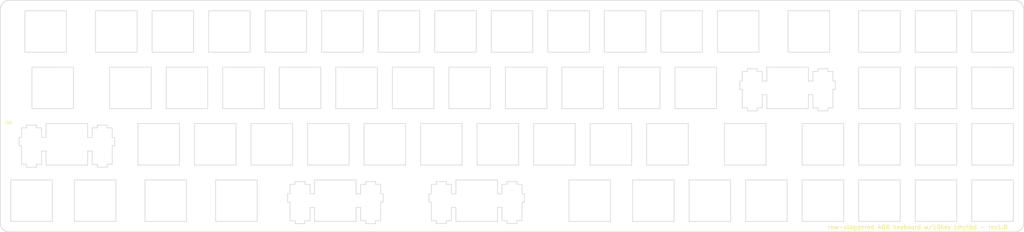
<source format=kicad_pcb>
(kicad_pcb (version 20171130) (host pcbnew "(5.1.0)-1")

  (general
    (thickness 1.6)
    (drawings 498)
    (tracks 0)
    (zones 0)
    (modules 10)
    (nets 1)
  )

  (page A4)
  (layers
    (0 F.Cu signal)
    (31 B.Cu signal)
    (32 B.Adhes user)
    (33 F.Adhes user)
    (34 B.Paste user)
    (35 F.Paste user)
    (36 B.SilkS user)
    (37 F.SilkS user)
    (38 B.Mask user)
    (39 F.Mask user)
    (40 Dwgs.User user)
    (41 Cmts.User user)
    (42 Eco1.User user)
    (43 Eco2.User user)
    (44 Edge.Cuts user)
    (45 Margin user)
    (46 B.CrtYd user)
    (47 F.CrtYd user)
    (48 B.Fab user)
    (49 F.Fab user)
  )

  (setup
    (last_trace_width 0.25)
    (trace_clearance 0.2)
    (zone_clearance 0.508)
    (zone_45_only no)
    (trace_min 0.2)
    (via_size 0.8)
    (via_drill 0.4)
    (via_min_size 0.4)
    (via_min_drill 0.3)
    (uvia_size 0.3)
    (uvia_drill 0.1)
    (uvias_allowed no)
    (uvia_min_size 0.2)
    (uvia_min_drill 0.1)
    (edge_width 0.1)
    (segment_width 0.2)
    (pcb_text_width 0.3)
    (pcb_text_size 1.5 1.5)
    (mod_edge_width 0.15)
    (mod_text_size 1 1)
    (mod_text_width 0.15)
    (pad_size 5 5)
    (pad_drill 4.8)
    (pad_to_mask_clearance 0)
    (aux_axis_origin 0 0)
    (grid_origin 32.293 60.02)
    (visible_elements 7FFFFFFF)
    (pcbplotparams
      (layerselection 0x010f0_ffffffff)
      (usegerberextensions false)
      (usegerberattributes false)
      (usegerberadvancedattributes false)
      (creategerberjobfile false)
      (excludeedgelayer true)
      (linewidth 0.100000)
      (plotframeref false)
      (viasonmask false)
      (mode 1)
      (useauxorigin false)
      (hpglpennumber 1)
      (hpglpenspeed 20)
      (hpglpendiameter 15.000000)
      (psnegative false)
      (psa4output false)
      (plotreference true)
      (plotvalue true)
      (plotinvisibletext false)
      (padsonsilk false)
      (subtractmaskfromsilk false)
      (outputformat 1)
      (mirror false)
      (drillshape 0)
      (scaleselection 1)
      (outputdirectory "garber/front_plate/"))
  )

  (net 0 "")

  (net_class Default "これはデフォルトのネット クラスです。"
    (clearance 0.2)
    (trace_width 0.25)
    (via_dia 0.8)
    (via_drill 0.4)
    (uvia_dia 0.3)
    (uvia_drill 0.1)
  )

  (net_class V_GND ""
    (clearance 0.2)
    (trace_width 0.5)
    (via_dia 0.8)
    (via_drill 0.4)
    (uvia_dia 0.3)
    (uvia_drill 0.1)
  )

  (module Rev1:hole_2.2mm (layer F.Cu) (tedit 5CCA168A) (tstamp 5FFC702E)
    (at 355.24 114.64)
    (fp_text reference " " (at 0 -2) (layer F.SilkS)
      (effects (font (size 1 1) (thickness 0.15)))
    )
    (fp_text value " " (at 0 -4.12) (layer F.Fab)
      (effects (font (size 1 1) (thickness 0.15)))
    )
    (pad "" np_thru_hole circle (at 0 0) (size 2.2 2.2) (drill 2.2) (layers *.Cu *.Mask)
      (clearance 0.1524))
  )

  (module Rev1:hole_2.2mm (layer F.Cu) (tedit 5CCA168A) (tstamp 5FFC7019)
    (at 355.24 76.53)
    (fp_text reference " " (at 0 -2) (layer F.SilkS)
      (effects (font (size 1 1) (thickness 0.15)))
    )
    (fp_text value " " (at 0 -4.12) (layer F.Fab)
      (effects (font (size 1 1) (thickness 0.15)))
    )
    (pad "" np_thru_hole circle (at 0 0) (size 2.2 2.2) (drill 2.2) (layers *.Cu *.Mask)
      (clearance 0.1524))
  )

  (module Rev1:hole_2.2mm (layer F.Cu) (tedit 5CCA168A) (tstamp 5FFC7004)
    (at 285.4 114.625)
    (fp_text reference " " (at 0 -2) (layer F.SilkS)
      (effects (font (size 1 1) (thickness 0.15)))
    )
    (fp_text value " " (at 0 -4.12) (layer F.Fab)
      (effects (font (size 1 1) (thickness 0.15)))
    )
    (pad "" np_thru_hole circle (at 0 0) (size 2.2 2.2) (drill 2.2) (layers *.Cu *.Mask)
      (clearance 0.1524))
  )

  (module Rev1:hole_2.2mm (layer F.Cu) (tedit 5CCA168A) (tstamp 5FFC6FEF)
    (at 285.4 76.58)
    (fp_text reference " " (at 0 -2) (layer F.SilkS)
      (effects (font (size 1 1) (thickness 0.15)))
    )
    (fp_text value " " (at 0 -4.12) (layer F.Fab)
      (effects (font (size 1 1) (thickness 0.15)))
    )
    (pad "" np_thru_hole circle (at 0 0) (size 2.2 2.2) (drill 2.2) (layers *.Cu *.Mask)
      (clearance 0.1524))
  )

  (module Rev1:hole_2.2mm (layer F.Cu) (tedit 5CCA168A) (tstamp 5FFC6FDA)
    (at 204.58 76.5)
    (fp_text reference " " (at 0 -2) (layer F.SilkS)
      (effects (font (size 1 1) (thickness 0.15)))
    )
    (fp_text value " " (at 0 -4.12) (layer F.Fab)
      (effects (font (size 1 1) (thickness 0.15)))
    )
    (pad "" np_thru_hole circle (at 0 0) (size 2.2 2.2) (drill 2.2) (layers *.Cu *.Mask)
      (clearance 0.1524))
  )

  (module Rev1:hole_2.2mm (layer F.Cu) (tedit 5CCA168A) (tstamp 5FFC6FC5)
    (at 204.58 114.67)
    (fp_text reference " " (at 0 -2) (layer F.SilkS)
      (effects (font (size 1 1) (thickness 0.15)))
    )
    (fp_text value " " (at 0 -4.12) (layer F.Fab)
      (effects (font (size 1 1) (thickness 0.15)))
    )
    (pad "" np_thru_hole circle (at 0 0) (size 2.2 2.2) (drill 2.2) (layers *.Cu *.Mask)
      (clearance 0.1524))
  )

  (module Rev1:hole_2.2mm (layer F.Cu) (tedit 5CCA168A) (tstamp 5FFC6FB0)
    (at 135.15 114.61)
    (fp_text reference " " (at 0 -2) (layer F.SilkS)
      (effects (font (size 1 1) (thickness 0.15)))
    )
    (fp_text value " " (at 0 -4.12) (layer F.Fab)
      (effects (font (size 1 1) (thickness 0.15)))
    )
    (pad "" np_thru_hole circle (at 0 0) (size 2.2 2.2) (drill 2.2) (layers *.Cu *.Mask)
      (clearance 0.1524))
  )

  (module Rev1:hole_2.2mm (layer F.Cu) (tedit 5CCA168A) (tstamp 5FFC6F9B)
    (at 135.15 76.56)
    (fp_text reference " " (at 0 -2) (layer F.SilkS)
      (effects (font (size 1 1) (thickness 0.15)))
    )
    (fp_text value " " (at 0 -4.12) (layer F.Fab)
      (effects (font (size 1 1) (thickness 0.15)))
    )
    (pad "" np_thru_hole circle (at 0 0) (size 2.2 2.2) (drill 2.2) (layers *.Cu *.Mask)
      (clearance 0.1524))
  )

  (module Rev1:hole_2.2mm (layer F.Cu) (tedit 5CCA168A) (tstamp 5FFC6F4C)
    (at 45.02 120.04)
    (fp_text reference " " (at 0 -2) (layer F.SilkS)
      (effects (font (size 1 1) (thickness 0.15)))
    )
    (fp_text value " " (at 0 -4.12) (layer F.Fab)
      (effects (font (size 1 1) (thickness 0.15)))
    )
    (pad "" np_thru_hole circle (at 0 0) (size 2.2 2.2) (drill 2.2) (layers *.Cu *.Mask)
      (clearance 0.1524))
  )

  (module Rev1:hole_2.2mm (layer F.Cu) (tedit 5CCA168A) (tstamp 5FFC6EC0)
    (at 45.02 76.525)
    (fp_text reference " " (at 0 -2) (layer F.SilkS)
      (effects (font (size 1 1) (thickness 0.15)))
    )
    (fp_text value " " (at 0 -4.12) (layer F.Fab)
      (effects (font (size 1 1) (thickness 0.15)))
    )
    (pad "" np_thru_hole circle (at 0 0) (size 2.2 2.2) (drill 2.2) (layers *.Cu *.Mask)
      (clearance 0.1524))
  )

  (gr_text "row-staggered 40% keyboard w/10key kmykbd - rev1.0" (at 333.173 133.05) (layer F.SilkS)
    (effects (font (size 1.4 1.4) (thickness 0.3)))
  )
  (gr_text Rst (at 26.803 97.78) (layer F.SilkS)
    (effects (font (size 1 1) (thickness 0.2)))
  )
  (gr_line (start 32.2826 74.0015) (end 32.2826 60.0008) (layer Edge.Cuts) (width 0.2))
  (gr_line (start 46.2821 74.0015) (end 32.2826 74.0015) (layer Edge.Cuts) (width 0.2))
  (gr_line (start 46.2821 60.0008) (end 46.2821 74.0015) (layer Edge.Cuts) (width 0.2))
  (gr_line (start 32.2826 60.0008) (end 46.2821 60.0008) (layer Edge.Cuts) (width 0.2))
  (gr_line (start 56.095099 74.0015) (end 56.095099 60.0008) (layer Edge.Cuts) (width 0.2))
  (gr_line (start 70.0959 74.0015) (end 56.095099 74.0015) (layer Edge.Cuts) (width 0.2))
  (gr_line (start 70.0959 60.0008) (end 70.0959 74.0015) (layer Edge.Cuts) (width 0.2))
  (gr_line (start 56.095099 60.0008) (end 70.0959 60.0008) (layer Edge.Cuts) (width 0.2))
  (gr_line (start 75.1452 74.0015) (end 75.1452 60.0008) (layer Edge.Cuts) (width 0.2))
  (gr_line (start 89.1459 74.0015) (end 75.1452 74.0015) (layer Edge.Cuts) (width 0.2))
  (gr_line (start 89.1459 60.0008) (end 89.1459 74.0015) (layer Edge.Cuts) (width 0.2))
  (gr_line (start 75.1452 60.0008) (end 89.1459 60.0008) (layer Edge.Cuts) (width 0.2))
  (gr_line (start 94.1952 74.0015) (end 94.1952 60.0008) (layer Edge.Cuts) (width 0.2))
  (gr_line (start 108.1959 74.0015) (end 94.1952 74.0015) (layer Edge.Cuts) (width 0.2))
  (gr_line (start 108.1959 60.0008) (end 108.1959 74.0015) (layer Edge.Cuts) (width 0.2))
  (gr_line (start 94.1952 60.0008) (end 108.1959 60.0008) (layer Edge.Cuts) (width 0.2))
  (gr_line (start 113.2452 74.0015) (end 113.2452 60.0008) (layer Edge.Cuts) (width 0.2))
  (gr_line (start 127.246 74.0015) (end 113.2452 74.0015) (layer Edge.Cuts) (width 0.2))
  (gr_line (start 127.246 60.0008) (end 127.246 74.0015) (layer Edge.Cuts) (width 0.2))
  (gr_line (start 113.2452 60.0008) (end 127.246 60.0008) (layer Edge.Cuts) (width 0.2))
  (gr_line (start 132.295 74.0015) (end 132.295 60.0008) (layer Edge.Cuts) (width 0.2))
  (gr_line (start 146.296 74.0015) (end 132.295 74.0015) (layer Edge.Cuts) (width 0.2))
  (gr_line (start 146.296 60.0008) (end 146.296 74.0015) (layer Edge.Cuts) (width 0.2))
  (gr_line (start 132.295 60.0008) (end 146.296 60.0008) (layer Edge.Cuts) (width 0.2))
  (gr_line (start 151.345 74.0015) (end 151.345 60.0008) (layer Edge.Cuts) (width 0.2))
  (gr_line (start 165.346 74.0015) (end 151.345 74.0015) (layer Edge.Cuts) (width 0.2))
  (gr_line (start 165.346 60.0008) (end 165.346 74.0015) (layer Edge.Cuts) (width 0.2))
  (gr_line (start 151.345 60.0008) (end 165.346 60.0008) (layer Edge.Cuts) (width 0.2))
  (gr_line (start 170.395 74.0015) (end 170.395 60.0008) (layer Edge.Cuts) (width 0.2))
  (gr_line (start 184.396 74.0015) (end 170.395 74.0015) (layer Edge.Cuts) (width 0.2))
  (gr_line (start 184.396 60.0008) (end 184.396 74.0015) (layer Edge.Cuts) (width 0.2))
  (gr_line (start 170.395 60.0008) (end 184.396 60.0008) (layer Edge.Cuts) (width 0.2))
  (gr_line (start 189.445 74.0015) (end 189.445 60.0008) (layer Edge.Cuts) (width 0.2))
  (gr_line (start 203.446 74.0015) (end 189.445 74.0015) (layer Edge.Cuts) (width 0.2))
  (gr_line (start 203.446 60.0008) (end 203.446 74.0015) (layer Edge.Cuts) (width 0.2))
  (gr_line (start 189.445 60.0008) (end 203.446 60.0008) (layer Edge.Cuts) (width 0.2))
  (gr_line (start 208.495 74.0015) (end 208.495 60.0008) (layer Edge.Cuts) (width 0.2))
  (gr_line (start 222.496 74.0015) (end 208.495 74.0015) (layer Edge.Cuts) (width 0.2))
  (gr_line (start 222.496 60.0008) (end 222.496 74.0015) (layer Edge.Cuts) (width 0.2))
  (gr_line (start 208.495 60.0008) (end 222.496 60.0008) (layer Edge.Cuts) (width 0.2))
  (gr_line (start 227.545 74.0015) (end 227.545 60.0008) (layer Edge.Cuts) (width 0.2))
  (gr_line (start 241.546 74.0015) (end 227.545 74.0015) (layer Edge.Cuts) (width 0.2))
  (gr_line (start 241.546 60.0008) (end 241.546 74.0015) (layer Edge.Cuts) (width 0.2))
  (gr_line (start 227.545 60.0008) (end 241.546 60.0008) (layer Edge.Cuts) (width 0.2))
  (gr_line (start 246.595 74.0015) (end 246.595 60.0008) (layer Edge.Cuts) (width 0.2))
  (gr_line (start 260.596 74.0015) (end 246.595 74.0015) (layer Edge.Cuts) (width 0.2))
  (gr_line (start 260.596 60.0008) (end 260.596 74.0015) (layer Edge.Cuts) (width 0.2))
  (gr_line (start 246.595 60.0008) (end 260.596 60.0008) (layer Edge.Cuts) (width 0.2))
  (gr_line (start 265.645 74.0015) (end 265.645 60.0008) (layer Edge.Cuts) (width 0.2))
  (gr_line (start 279.644 74.0015) (end 265.645 74.0015) (layer Edge.Cuts) (width 0.2))
  (gr_line (start 279.644 60.0008) (end 279.644 74.0015) (layer Edge.Cuts) (width 0.2))
  (gr_line (start 265.645 60.0008) (end 279.644 60.0008) (layer Edge.Cuts) (width 0.2))
  (gr_line (start 289.458 74.0015) (end 289.458 60.0008) (layer Edge.Cuts) (width 0.2))
  (gr_line (start 303.457 74.0015) (end 289.458 74.0015) (layer Edge.Cuts) (width 0.2))
  (gr_line (start 303.457 60.0008) (end 303.457 74.0015) (layer Edge.Cuts) (width 0.2))
  (gr_line (start 289.458 60.0008) (end 303.457 60.0008) (layer Edge.Cuts) (width 0.2))
  (gr_line (start 313.27 74.0015) (end 313.27 60.0008) (layer Edge.Cuts) (width 0.2))
  (gr_line (start 327.271 74.0015) (end 313.27 74.0015) (layer Edge.Cuts) (width 0.2))
  (gr_line (start 327.271 60.0008) (end 327.271 74.0015) (layer Edge.Cuts) (width 0.2))
  (gr_line (start 313.27 60.0008) (end 327.271 60.0008) (layer Edge.Cuts) (width 0.2))
  (gr_line (start 332.32 74.0015) (end 332.32 60.0008) (layer Edge.Cuts) (width 0.2))
  (gr_line (start 346.321 74.0015) (end 332.32 74.0015) (layer Edge.Cuts) (width 0.2))
  (gr_line (start 346.321 60.0008) (end 346.321 74.0015) (layer Edge.Cuts) (width 0.2))
  (gr_line (start 332.32 60.0008) (end 346.321 60.0008) (layer Edge.Cuts) (width 0.2))
  (gr_line (start 351.37 74.0015) (end 351.37 60.0008) (layer Edge.Cuts) (width 0.2))
  (gr_line (start 365.371 74.0015) (end 351.37 74.0015) (layer Edge.Cuts) (width 0.2))
  (gr_line (start 365.371 60.0008) (end 365.371 74.0015) (layer Edge.Cuts) (width 0.2))
  (gr_line (start 351.37 60.0008) (end 365.371 60.0008) (layer Edge.Cuts) (width 0.2))
  (gr_line (start 34.6638 93.0515) (end 34.6638 79.0508) (layer Edge.Cuts) (width 0.2))
  (gr_line (start 48.6633 93.0515) (end 34.6638 93.0515) (layer Edge.Cuts) (width 0.2))
  (gr_line (start 48.6633 79.0508) (end 48.6633 93.0515) (layer Edge.Cuts) (width 0.2))
  (gr_line (start 34.6638 79.0508) (end 48.6633 79.0508) (layer Edge.Cuts) (width 0.2))
  (gr_line (start 60.8577 93.0515) (end 60.8577 79.0508) (layer Edge.Cuts) (width 0.2))
  (gr_line (start 74.857 93.0515) (end 60.8577 93.0515) (layer Edge.Cuts) (width 0.2))
  (gr_line (start 74.857 79.0508) (end 74.857 93.0515) (layer Edge.Cuts) (width 0.2))
  (gr_line (start 60.8577 79.0508) (end 74.857 79.0508) (layer Edge.Cuts) (width 0.2))
  (gr_line (start 79.9077 93.0515) (end 79.9077 79.0508) (layer Edge.Cuts) (width 0.2))
  (gr_line (start 93.907 93.0515) (end 79.9077 93.0515) (layer Edge.Cuts) (width 0.2))
  (gr_line (start 93.907 79.0508) (end 93.907 93.0515) (layer Edge.Cuts) (width 0.2))
  (gr_line (start 79.9077 79.0508) (end 93.907 79.0508) (layer Edge.Cuts) (width 0.2))
  (gr_line (start 98.9577 93.0515) (end 98.9577 79.0508) (layer Edge.Cuts) (width 0.2))
  (gr_line (start 112.957 93.0515) (end 98.9577 93.0515) (layer Edge.Cuts) (width 0.2))
  (gr_line (start 112.957 79.0508) (end 112.957 93.0515) (layer Edge.Cuts) (width 0.2))
  (gr_line (start 98.9577 79.0508) (end 112.957 79.0508) (layer Edge.Cuts) (width 0.2))
  (gr_line (start 118.0077 93.0515) (end 118.0077 79.0508) (layer Edge.Cuts) (width 0.2))
  (gr_line (start 132.007 93.0515) (end 118.0077 93.0515) (layer Edge.Cuts) (width 0.2))
  (gr_line (start 132.007 79.0508) (end 132.007 93.0515) (layer Edge.Cuts) (width 0.2))
  (gr_line (start 118.0077 79.0508) (end 132.007 79.0508) (layer Edge.Cuts) (width 0.2))
  (gr_line (start 137.058 93.0515) (end 137.058 79.0508) (layer Edge.Cuts) (width 0.2))
  (gr_line (start 151.057 93.0515) (end 137.058 93.0515) (layer Edge.Cuts) (width 0.2))
  (gr_line (start 151.057 79.0508) (end 151.057 93.0515) (layer Edge.Cuts) (width 0.2))
  (gr_line (start 137.058 79.0508) (end 151.057 79.0508) (layer Edge.Cuts) (width 0.2))
  (gr_line (start 156.108 93.0515) (end 156.108 79.0508) (layer Edge.Cuts) (width 0.2))
  (gr_line (start 170.107 93.0515) (end 156.108 93.0515) (layer Edge.Cuts) (width 0.2))
  (gr_line (start 170.107 79.0508) (end 170.107 93.0515) (layer Edge.Cuts) (width 0.2))
  (gr_line (start 156.108 79.0508) (end 170.107 79.0508) (layer Edge.Cuts) (width 0.2))
  (gr_line (start 175.158 93.0515) (end 175.158 79.0508) (layer Edge.Cuts) (width 0.2))
  (gr_line (start 189.157 93.0515) (end 175.158 93.0515) (layer Edge.Cuts) (width 0.2))
  (gr_line (start 189.157 79.0508) (end 189.157 93.0515) (layer Edge.Cuts) (width 0.2))
  (gr_line (start 175.158 79.0508) (end 189.157 79.0508) (layer Edge.Cuts) (width 0.2))
  (gr_line (start 194.208 93.0515) (end 194.208 79.0508) (layer Edge.Cuts) (width 0.2))
  (gr_line (start 208.207 93.0515) (end 194.208 93.0515) (layer Edge.Cuts) (width 0.2))
  (gr_line (start 208.207 79.0508) (end 208.207 93.0515) (layer Edge.Cuts) (width 0.2))
  (gr_line (start 194.208 79.0508) (end 208.207 79.0508) (layer Edge.Cuts) (width 0.2))
  (gr_line (start 213.258 93.0515) (end 213.258 79.0508) (layer Edge.Cuts) (width 0.2))
  (gr_line (start 227.257 93.0515) (end 213.258 93.0515) (layer Edge.Cuts) (width 0.2))
  (gr_line (start 227.257 79.0508) (end 227.257 93.0515) (layer Edge.Cuts) (width 0.2))
  (gr_line (start 213.258 79.0508) (end 227.257 79.0508) (layer Edge.Cuts) (width 0.2))
  (gr_line (start 232.308 93.0515) (end 232.308 79.0508) (layer Edge.Cuts) (width 0.2))
  (gr_line (start 246.307 93.0515) (end 232.308 93.0515) (layer Edge.Cuts) (width 0.2))
  (gr_line (start 246.307 79.0508) (end 246.307 93.0515) (layer Edge.Cuts) (width 0.2))
  (gr_line (start 232.308 79.0508) (end 246.307 79.0508) (layer Edge.Cuts) (width 0.2))
  (gr_line (start 251.358 93.0515) (end 251.358 79.0508) (layer Edge.Cuts) (width 0.2))
  (gr_line (start 265.357 93.0515) (end 251.358 93.0515) (layer Edge.Cuts) (width 0.2))
  (gr_line (start 265.357 79.0508) (end 265.357 93.0515) (layer Edge.Cuts) (width 0.2))
  (gr_line (start 251.358 79.0508) (end 265.357 79.0508) (layer Edge.Cuts) (width 0.2))
  (gr_line (start 313.27 93.0515) (end 313.27 79.0508) (layer Edge.Cuts) (width 0.2))
  (gr_line (start 327.271 93.0515) (end 313.27 93.0515) (layer Edge.Cuts) (width 0.2))
  (gr_line (start 327.271 79.0508) (end 327.271 93.0515) (layer Edge.Cuts) (width 0.2))
  (gr_line (start 313.27 79.0508) (end 327.271 79.0508) (layer Edge.Cuts) (width 0.2))
  (gr_line (start 332.32 93.0515) (end 332.32 79.0508) (layer Edge.Cuts) (width 0.2))
  (gr_line (start 346.321 93.0515) (end 332.32 93.0515) (layer Edge.Cuts) (width 0.2))
  (gr_line (start 346.321 79.0508) (end 346.321 93.0515) (layer Edge.Cuts) (width 0.2))
  (gr_line (start 332.32 79.0508) (end 346.321 79.0508) (layer Edge.Cuts) (width 0.2))
  (gr_line (start 351.37 93.0515) (end 351.37 79.0508) (layer Edge.Cuts) (width 0.2))
  (gr_line (start 365.371 93.0515) (end 351.37 93.0515) (layer Edge.Cuts) (width 0.2))
  (gr_line (start 365.371 79.0508) (end 365.371 93.0515) (layer Edge.Cuts) (width 0.2))
  (gr_line (start 351.37 79.0508) (end 365.371 79.0508) (layer Edge.Cuts) (width 0.2))
  (gr_line (start 296.313 79.0508) (end 282.314 79.0508) (layer Edge.Cuts) (width 0.2))
  (gr_line (start 296.313 83.7512) (end 296.313 79.0508) (layer Edge.Cuts) (width 0.2))
  (gr_line (start 297.839 83.7512) (end 296.313 83.7512) (layer Edge.Cuts) (width 0.2))
  (gr_line (start 297.839 80.5211) (end 297.839 83.7512) (layer Edge.Cuts) (width 0.2))
  (gr_line (start 299.564 80.5211) (end 297.839 80.5211) (layer Edge.Cuts) (width 0.2))
  (gr_line (start 299.564 79.6004) (end 299.564 80.5211) (layer Edge.Cuts) (width 0.2))
  (gr_line (start 302.863 79.6004) (end 299.564 79.6004) (layer Edge.Cuts) (width 0.2))
  (gr_line (start 302.863 80.5211) (end 302.863 79.6004) (layer Edge.Cuts) (width 0.2))
  (gr_line (start 304.588 80.5211) (end 302.863 80.5211) (layer Edge.Cuts) (width 0.2))
  (gr_line (start 304.588 83.7512) (end 304.588 80.5211) (layer Edge.Cuts) (width 0.2))
  (gr_line (start 305.414 83.7512) (end 304.588 83.7512) (layer Edge.Cuts) (width 0.2))
  (gr_line (start 305.414 86.5512) (end 305.414 83.7512) (layer Edge.Cuts) (width 0.2))
  (gr_line (start 304.588 86.5512) (end 305.414 86.5512) (layer Edge.Cuts) (width 0.2))
  (gr_line (start 304.588 92.8214) (end 304.588 86.5512) (layer Edge.Cuts) (width 0.2))
  (gr_line (start 302.863 92.8214) (end 304.588 92.8214) (layer Edge.Cuts) (width 0.2))
  (gr_line (start 302.863 93.8011) (end 302.863 92.8214) (layer Edge.Cuts) (width 0.2))
  (gr_line (start 299.564 93.8011) (end 302.863 93.8011) (layer Edge.Cuts) (width 0.2))
  (gr_line (start 299.564 92.8214) (end 299.564 93.8011) (layer Edge.Cuts) (width 0.2))
  (gr_line (start 297.839 92.8214) (end 299.564 92.8214) (layer Edge.Cuts) (width 0.2))
  (gr_line (start 297.839 88.351) (end 297.839 92.8214) (layer Edge.Cuts) (width 0.2))
  (gr_line (start 296.313 88.351) (end 297.839 88.351) (layer Edge.Cuts) (width 0.2))
  (gr_line (start 296.313 93.0515) (end 296.313 88.351) (layer Edge.Cuts) (width 0.2))
  (gr_line (start 282.314 93.0515) (end 296.313 93.0515) (layer Edge.Cuts) (width 0.2))
  (gr_line (start 282.314 88.351) (end 282.314 93.0515) (layer Edge.Cuts) (width 0.2))
  (gr_line (start 280.789 88.351) (end 282.314 88.351) (layer Edge.Cuts) (width 0.2))
  (gr_line (start 280.789 92.8214) (end 280.789 88.351) (layer Edge.Cuts) (width 0.2))
  (gr_line (start 279.063 92.8214) (end 280.789 92.8214) (layer Edge.Cuts) (width 0.2))
  (gr_line (start 279.063 93.8011) (end 279.063 92.8214) (layer Edge.Cuts) (width 0.2))
  (gr_line (start 275.763 93.8011) (end 279.063 93.8011) (layer Edge.Cuts) (width 0.2))
  (gr_line (start 275.763 92.8214) (end 275.763 93.8011) (layer Edge.Cuts) (width 0.2))
  (gr_line (start 274.039 92.8214) (end 275.763 92.8214) (layer Edge.Cuts) (width 0.2))
  (gr_line (start 274.039 86.5512) (end 274.039 92.8214) (layer Edge.Cuts) (width 0.2))
  (gr_line (start 273.213 86.5512) (end 274.039 86.5512) (layer Edge.Cuts) (width 0.2))
  (gr_line (start 273.213 83.7512) (end 273.213 86.5512) (layer Edge.Cuts) (width 0.2))
  (gr_line (start 274.039 83.7512) (end 273.213 83.7512) (layer Edge.Cuts) (width 0.2))
  (gr_line (start 274.039 80.5211) (end 274.039 83.7512) (layer Edge.Cuts) (width 0.2))
  (gr_line (start 275.763 80.5211) (end 274.039 80.5211) (layer Edge.Cuts) (width 0.2))
  (gr_line (start 275.763 79.6004) (end 275.763 80.5211) (layer Edge.Cuts) (width 0.2))
  (gr_line (start 279.063 79.6004) (end 275.763 79.6004) (layer Edge.Cuts) (width 0.2))
  (gr_line (start 279.063 80.5211) (end 279.063 79.6004) (layer Edge.Cuts) (width 0.2))
  (gr_line (start 280.789 80.5211) (end 279.063 80.5211) (layer Edge.Cuts) (width 0.2))
  (gr_line (start 280.789 83.7512) (end 280.789 80.5211) (layer Edge.Cuts) (width 0.2))
  (gr_line (start 282.314 83.7512) (end 280.789 83.7512) (layer Edge.Cuts) (width 0.2))
  (gr_line (start 282.314 79.0508) (end 282.314 83.7512) (layer Edge.Cuts) (width 0.2))
  (gr_line (start 70.3827 112.1015) (end 70.3827 98.1008) (layer Edge.Cuts) (width 0.2))
  (gr_line (start 84.382 112.1015) (end 70.3827 112.1015) (layer Edge.Cuts) (width 0.2))
  (gr_line (start 84.382 98.1008) (end 84.382 112.1015) (layer Edge.Cuts) (width 0.2))
  (gr_line (start 70.3827 98.1008) (end 84.382 98.1008) (layer Edge.Cuts) (width 0.2))
  (gr_line (start 89.4327 112.1015) (end 89.4327 98.1008) (layer Edge.Cuts) (width 0.2))
  (gr_line (start 103.432 112.1015) (end 89.4327 112.1015) (layer Edge.Cuts) (width 0.2))
  (gr_line (start 103.432 98.1008) (end 103.432 112.1015) (layer Edge.Cuts) (width 0.2))
  (gr_line (start 89.4327 98.1008) (end 103.432 98.1008) (layer Edge.Cuts) (width 0.2))
  (gr_line (start 108.4827 112.1015) (end 108.4827 98.1008) (layer Edge.Cuts) (width 0.2))
  (gr_line (start 122.482 112.1015) (end 108.4827 112.1015) (layer Edge.Cuts) (width 0.2))
  (gr_line (start 122.482 98.1008) (end 122.482 112.1015) (layer Edge.Cuts) (width 0.2))
  (gr_line (start 108.4827 98.1008) (end 122.482 98.1008) (layer Edge.Cuts) (width 0.2))
  (gr_line (start 127.533 112.1015) (end 127.533 98.1008) (layer Edge.Cuts) (width 0.2))
  (gr_line (start 141.532 112.1015) (end 127.533 112.1015) (layer Edge.Cuts) (width 0.2))
  (gr_line (start 141.532 98.1008) (end 141.532 112.1015) (layer Edge.Cuts) (width 0.2))
  (gr_line (start 127.533 98.1008) (end 141.532 98.1008) (layer Edge.Cuts) (width 0.2))
  (gr_line (start 146.583 112.1015) (end 146.583 98.1008) (layer Edge.Cuts) (width 0.2))
  (gr_line (start 160.582 112.1015) (end 146.583 112.1015) (layer Edge.Cuts) (width 0.2))
  (gr_line (start 160.582 98.1008) (end 160.582 112.1015) (layer Edge.Cuts) (width 0.2))
  (gr_line (start 146.583 98.1008) (end 160.582 98.1008) (layer Edge.Cuts) (width 0.2))
  (gr_line (start 165.633 112.1015) (end 165.633 98.1008) (layer Edge.Cuts) (width 0.2))
  (gr_line (start 179.632 112.1015) (end 165.633 112.1015) (layer Edge.Cuts) (width 0.2))
  (gr_line (start 179.632 98.1008) (end 179.632 112.1015) (layer Edge.Cuts) (width 0.2))
  (gr_line (start 165.633 98.1008) (end 179.632 98.1008) (layer Edge.Cuts) (width 0.2))
  (gr_line (start 184.683 112.1015) (end 184.683 98.1008) (layer Edge.Cuts) (width 0.2))
  (gr_line (start 198.682 112.1015) (end 184.683 112.1015) (layer Edge.Cuts) (width 0.2))
  (gr_line (start 198.682 98.1008) (end 198.682 112.1015) (layer Edge.Cuts) (width 0.2))
  (gr_line (start 184.683 98.1008) (end 198.682 98.1008) (layer Edge.Cuts) (width 0.2))
  (gr_line (start 203.733 112.1015) (end 203.733 98.1008) (layer Edge.Cuts) (width 0.2))
  (gr_line (start 217.732 112.1015) (end 203.733 112.1015) (layer Edge.Cuts) (width 0.2))
  (gr_line (start 217.732 98.1008) (end 217.732 112.1015) (layer Edge.Cuts) (width 0.2))
  (gr_line (start 203.733 98.1008) (end 217.732 98.1008) (layer Edge.Cuts) (width 0.2))
  (gr_line (start 222.783 112.1015) (end 222.783 98.1008) (layer Edge.Cuts) (width 0.2))
  (gr_line (start 236.782 112.1015) (end 222.783 112.1015) (layer Edge.Cuts) (width 0.2))
  (gr_line (start 236.782 98.1008) (end 236.782 112.1015) (layer Edge.Cuts) (width 0.2))
  (gr_line (start 222.783 98.1008) (end 236.782 98.1008) (layer Edge.Cuts) (width 0.2))
  (gr_line (start 241.833 112.1015) (end 241.833 98.1008) (layer Edge.Cuts) (width 0.2))
  (gr_line (start 255.832 112.1015) (end 241.833 112.1015) (layer Edge.Cuts) (width 0.2))
  (gr_line (start 255.832 98.1008) (end 255.832 112.1015) (layer Edge.Cuts) (width 0.2))
  (gr_line (start 241.833 98.1008) (end 255.832 98.1008) (layer Edge.Cuts) (width 0.2))
  (gr_line (start 268.026 112.1015) (end 268.026 98.1008) (layer Edge.Cuts) (width 0.2))
  (gr_line (start 282.025999 112.1015) (end 268.026 112.1015) (layer Edge.Cuts) (width 0.2))
  (gr_line (start 282.025999 98.1008) (end 282.025999 112.1015) (layer Edge.Cuts) (width 0.2))
  (gr_line (start 268.026 98.1008) (end 282.025999 98.1008) (layer Edge.Cuts) (width 0.2))
  (gr_line (start 294.22 112.1015) (end 294.22 98.1008) (layer Edge.Cuts) (width 0.2))
  (gr_line (start 308.221 112.1015) (end 294.22 112.1015) (layer Edge.Cuts) (width 0.2))
  (gr_line (start 308.221 98.1008) (end 308.221 112.1015) (layer Edge.Cuts) (width 0.2))
  (gr_line (start 294.22 98.1008) (end 308.221 98.1008) (layer Edge.Cuts) (width 0.2))
  (gr_line (start 313.27 112.1015) (end 313.27 98.1008) (layer Edge.Cuts) (width 0.2))
  (gr_line (start 327.271 112.1015) (end 313.27 112.1015) (layer Edge.Cuts) (width 0.2))
  (gr_line (start 327.271 98.1008) (end 327.271 112.1015) (layer Edge.Cuts) (width 0.2))
  (gr_line (start 313.27 98.1008) (end 327.271 98.1008) (layer Edge.Cuts) (width 0.2))
  (gr_line (start 332.32 112.1015) (end 332.32 98.1008) (layer Edge.Cuts) (width 0.2))
  (gr_line (start 346.321 112.1015) (end 332.32 112.1015) (layer Edge.Cuts) (width 0.2))
  (gr_line (start 346.321 98.1008) (end 346.321 112.1015) (layer Edge.Cuts) (width 0.2))
  (gr_line (start 332.32 98.1008) (end 346.321 98.1008) (layer Edge.Cuts) (width 0.2))
  (gr_line (start 351.37 112.1015) (end 351.37 98.1008) (layer Edge.Cuts) (width 0.2))
  (gr_line (start 365.371 112.1015) (end 351.37 112.1015) (layer Edge.Cuts) (width 0.2))
  (gr_line (start 365.371 98.1008) (end 365.371 112.1015) (layer Edge.Cuts) (width 0.2))
  (gr_line (start 351.37 98.1008) (end 365.371 98.1008) (layer Edge.Cuts) (width 0.2))
  (gr_line (start 53.4258 98.1008) (end 39.4263 98.1008) (layer Edge.Cuts) (width 0.2))
  (gr_line (start 53.4258 102.8011) (end 53.4258 98.1008) (layer Edge.Cuts) (width 0.2))
  (gr_line (start 54.9513 102.8011) (end 53.4258 102.8011) (layer Edge.Cuts) (width 0.2))
  (gr_line (start 54.9513 99.5711) (end 54.9513 102.8011) (layer Edge.Cuts) (width 0.2))
  (gr_line (start 56.6767 99.5711) (end 54.9513 99.5711) (layer Edge.Cuts) (width 0.2))
  (gr_line (start 56.6767 98.6504) (end 56.6767 99.5711) (layer Edge.Cuts) (width 0.2))
  (gr_line (start 59.9772 98.6504) (end 56.6767 98.6504) (layer Edge.Cuts) (width 0.2))
  (gr_line (start 59.9772 99.5711) (end 59.9772 98.6504) (layer Edge.Cuts) (width 0.2))
  (gr_line (start 61.7008 99.5711) (end 59.9772 99.5711) (layer Edge.Cuts) (width 0.2))
  (gr_line (start 61.7008 102.8011) (end 61.7008 99.5711) (layer Edge.Cuts) (width 0.2))
  (gr_line (start 62.5263 102.8011) (end 61.7008 102.8011) (layer Edge.Cuts) (width 0.2))
  (gr_line (start 62.5263 105.6013) (end 62.5263 102.8011) (layer Edge.Cuts) (width 0.2))
  (gr_line (start 61.7008 105.6013) (end 62.5263 105.6013) (layer Edge.Cuts) (width 0.2))
  (gr_line (start 61.7008 111.87) (end 61.7008 105.6013) (layer Edge.Cuts) (width 0.2))
  (gr_line (start 59.9772 111.87) (end 61.7008 111.87) (layer Edge.Cuts) (width 0.2))
  (gr_line (start 59.9772 112.8512) (end 59.9772 111.87) (layer Edge.Cuts) (width 0.2))
  (gr_line (start 56.6767 112.8512) (end 59.9772 112.8512) (layer Edge.Cuts) (width 0.2))
  (gr_line (start 56.6767 111.87) (end 56.6767 112.8512) (layer Edge.Cuts) (width 0.2))
  (gr_line (start 54.9513 111.87) (end 56.6767 111.87) (layer Edge.Cuts) (width 0.2))
  (gr_line (start 54.9513 107.401) (end 54.9513 111.87) (layer Edge.Cuts) (width 0.2))
  (gr_line (start 53.4258 107.401) (end 54.9513 107.401) (layer Edge.Cuts) (width 0.2))
  (gr_line (start 53.4258 112.1015) (end 53.4258 107.401) (layer Edge.Cuts) (width 0.2))
  (gr_line (start 39.4263 112.1015) (end 53.4258 112.1015) (layer Edge.Cuts) (width 0.2))
  (gr_line (start 39.4263 107.401) (end 39.4263 112.1015) (layer Edge.Cuts) (width 0.2))
  (gr_line (start 37.9009 107.401) (end 39.4263 107.401) (layer Edge.Cuts) (width 0.2))
  (gr_line (start 37.9009 111.87) (end 37.9009 107.401) (layer Edge.Cuts) (width 0.2))
  (gr_line (start 36.1769 111.87) (end 37.9009 111.87) (layer Edge.Cuts) (width 0.2))
  (gr_line (start 36.1769 112.8512) (end 36.1769 111.87) (layer Edge.Cuts) (width 0.2))
  (gr_line (start 32.87654 112.8512) (end 36.1769 112.8512) (layer Edge.Cuts) (width 0.2))
  (gr_line (start 32.87654 111.87) (end 32.87654 112.8512) (layer Edge.Cuts) (width 0.2))
  (gr_line (start 31.15124 111.87) (end 32.87654 111.87) (layer Edge.Cuts) (width 0.2))
  (gr_line (start 31.15124 105.6013) (end 31.15124 111.87) (layer Edge.Cuts) (width 0.2))
  (gr_line (start 30.32719 105.6013) (end 31.15124 105.6013) (layer Edge.Cuts) (width 0.2))
  (gr_line (start 30.32719 102.8011) (end 30.32719 105.6013) (layer Edge.Cuts) (width 0.2))
  (gr_line (start 31.15124 102.8011) (end 30.32719 102.8011) (layer Edge.Cuts) (width 0.2))
  (gr_line (start 31.15124 99.5711) (end 31.15124 102.8011) (layer Edge.Cuts) (width 0.2))
  (gr_line (start 32.87654 99.5711) (end 31.15124 99.5711) (layer Edge.Cuts) (width 0.2))
  (gr_line (start 32.87654 98.6504) (end 32.87654 99.5711) (layer Edge.Cuts) (width 0.2))
  (gr_line (start 36.1769 98.6504) (end 32.87654 98.6504) (layer Edge.Cuts) (width 0.2))
  (gr_line (start 36.1769 99.5711) (end 36.1769 98.6504) (layer Edge.Cuts) (width 0.2))
  (gr_line (start 37.9009 99.5711) (end 36.1769 99.5711) (layer Edge.Cuts) (width 0.2))
  (gr_line (start 37.9009 102.8011) (end 37.9009 99.5711) (layer Edge.Cuts) (width 0.2))
  (gr_line (start 39.4263 102.8011) (end 37.9009 102.8011) (layer Edge.Cuts) (width 0.2))
  (gr_line (start 39.4263 98.1008) (end 39.4263 102.8011) (layer Edge.Cuts) (width 0.2))
  (gr_line (start 27.5201 131.15152) (end 27.5201 117.1507) (layer Edge.Cuts) (width 0.2))
  (gr_line (start 41.521 131.15152) (end 27.5201 131.15152) (layer Edge.Cuts) (width 0.2))
  (gr_line (start 41.521 117.1507) (end 41.521 131.15152) (layer Edge.Cuts) (width 0.2))
  (gr_line (start 27.5201 117.1507) (end 41.521 117.1507) (layer Edge.Cuts) (width 0.2))
  (gr_line (start 48.9514 131.15152) (end 48.9514 117.1507) (layer Edge.Cuts) (width 0.2))
  (gr_line (start 62.9507 131.15152) (end 48.9514 131.15152) (layer Edge.Cuts) (width 0.2))
  (gr_line (start 62.9507 117.1507) (end 62.9507 131.15152) (layer Edge.Cuts) (width 0.2))
  (gr_line (start 48.9514 117.1507) (end 62.9507 117.1507) (layer Edge.Cuts) (width 0.2))
  (gr_line (start 72.764 131.15152) (end 72.764 117.1507) (layer Edge.Cuts) (width 0.2))
  (gr_line (start 86.7632 131.15152) (end 72.764 131.15152) (layer Edge.Cuts) (width 0.2))
  (gr_line (start 86.7632 117.1507) (end 86.7632 131.15152) (layer Edge.Cuts) (width 0.2))
  (gr_line (start 72.764 117.1507) (end 86.7632 117.1507) (layer Edge.Cuts) (width 0.2))
  (gr_line (start 96.5765 131.15152) (end 96.5765 117.1507) (layer Edge.Cuts) (width 0.2))
  (gr_line (start 110.5757 131.15152) (end 96.5765 131.15152) (layer Edge.Cuts) (width 0.2))
  (gr_line (start 110.5757 117.1507) (end 110.5757 131.15152) (layer Edge.Cuts) (width 0.2))
  (gr_line (start 96.5765 117.1507) (end 110.5757 117.1507) (layer Edge.Cuts) (width 0.2))
  (gr_line (start 215.639 131.15152) (end 215.639 117.1507) (layer Edge.Cuts) (width 0.2))
  (gr_line (start 229.638 131.15152) (end 215.639 131.15152) (layer Edge.Cuts) (width 0.2))
  (gr_line (start 229.638 117.1507) (end 229.638 131.15152) (layer Edge.Cuts) (width 0.2))
  (gr_line (start 215.639 117.1507) (end 229.638 117.1507) (layer Edge.Cuts) (width 0.2))
  (gr_line (start 237.07 131.15152) (end 237.07 117.1507) (layer Edge.Cuts) (width 0.2))
  (gr_line (start 251.071 131.15152) (end 237.07 131.15152) (layer Edge.Cuts) (width 0.2))
  (gr_line (start 251.071 117.1507) (end 251.071 131.15152) (layer Edge.Cuts) (width 0.2))
  (gr_line (start 237.07 117.1507) (end 251.071 117.1507) (layer Edge.Cuts) (width 0.2))
  (gr_line (start 256.12 131.15152) (end 256.12 117.1507) (layer Edge.Cuts) (width 0.2))
  (gr_line (start 270.121 131.15152) (end 256.12 131.15152) (layer Edge.Cuts) (width 0.2))
  (gr_line (start 270.121 117.1507) (end 270.121 131.15152) (layer Edge.Cuts) (width 0.2))
  (gr_line (start 256.12 117.1507) (end 270.121 117.1507) (layer Edge.Cuts) (width 0.2))
  (gr_line (start 275.17 131.15152) (end 275.17 117.1507) (layer Edge.Cuts) (width 0.2))
  (gr_line (start 289.171 131.15152) (end 275.17 131.15152) (layer Edge.Cuts) (width 0.2))
  (gr_line (start 289.171 117.1507) (end 289.171 131.15152) (layer Edge.Cuts) (width 0.2))
  (gr_line (start 275.17 117.1507) (end 289.171 117.1507) (layer Edge.Cuts) (width 0.2))
  (gr_line (start 294.22 131.15152) (end 294.22 117.1507) (layer Edge.Cuts) (width 0.2))
  (gr_line (start 308.221 131.15152) (end 294.22 131.15152) (layer Edge.Cuts) (width 0.2))
  (gr_line (start 308.221 117.1507) (end 308.221 131.15152) (layer Edge.Cuts) (width 0.2))
  (gr_line (start 294.22 117.1507) (end 308.221 117.1507) (layer Edge.Cuts) (width 0.2))
  (gr_line (start 313.27 131.15152) (end 313.27 117.1507) (layer Edge.Cuts) (width 0.2))
  (gr_line (start 327.271 131.15152) (end 313.27 131.15152) (layer Edge.Cuts) (width 0.2))
  (gr_line (start 327.271 117.1507) (end 327.271 131.15152) (layer Edge.Cuts) (width 0.2))
  (gr_line (start 313.27 117.1507) (end 327.271 117.1507) (layer Edge.Cuts) (width 0.2))
  (gr_line (start 332.32 131.15152) (end 332.32 117.1507) (layer Edge.Cuts) (width 0.2))
  (gr_line (start 346.321 131.15152) (end 332.32 131.15152) (layer Edge.Cuts) (width 0.2))
  (gr_line (start 346.321 117.1507) (end 346.321 131.15152) (layer Edge.Cuts) (width 0.2))
  (gr_line (start 332.32 117.1507) (end 346.321 117.1507) (layer Edge.Cuts) (width 0.2))
  (gr_line (start 351.37 131.15152) (end 351.37 117.1507) (layer Edge.Cuts) (width 0.2))
  (gr_line (start 365.371 131.15152) (end 351.37 131.15152) (layer Edge.Cuts) (width 0.2))
  (gr_line (start 365.371 117.1507) (end 365.371 131.15152) (layer Edge.Cuts) (width 0.2))
  (gr_line (start 351.37 117.1507) (end 365.371 117.1507) (layer Edge.Cuts) (width 0.2))
  (gr_line (start 143.913 117.1507) (end 129.914 117.1507) (layer Edge.Cuts) (width 0.2))
  (gr_line (start 143.913 121.8511) (end 143.913 117.1507) (layer Edge.Cuts) (width 0.2))
  (gr_line (start 145.439 121.8511) (end 143.913 121.8511) (layer Edge.Cuts) (width 0.2))
  (gr_line (start 145.439 118.621001) (end 145.439 121.8511) (layer Edge.Cuts) (width 0.2))
  (gr_line (start 147.164 118.621001) (end 145.439 118.621001) (layer Edge.Cuts) (width 0.2))
  (gr_line (start 147.164 117.7005) (end 147.164 118.621001) (layer Edge.Cuts) (width 0.2))
  (gr_line (start 150.463 117.7005) (end 147.164 117.7005) (layer Edge.Cuts) (width 0.2))
  (gr_line (start 150.463 118.621001) (end 150.463 117.7005) (layer Edge.Cuts) (width 0.2))
  (gr_line (start 152.188 118.621001) (end 150.463 118.621001) (layer Edge.Cuts) (width 0.2))
  (gr_line (start 152.188 121.8511) (end 152.188 118.621001) (layer Edge.Cuts) (width 0.2))
  (gr_line (start 153.014 121.8511) (end 152.188 121.8511) (layer Edge.Cuts) (width 0.2))
  (gr_line (start 153.014 124.6513) (end 153.014 121.8511) (layer Edge.Cuts) (width 0.2))
  (gr_line (start 152.188 124.6513) (end 153.014 124.6513) (layer Edge.Cuts) (width 0.2))
  (gr_line (start 152.188 130.92141) (end 152.188 124.6513) (layer Edge.Cuts) (width 0.2))
  (gr_line (start 150.463 130.92141) (end 152.188 130.92141) (layer Edge.Cuts) (width 0.2))
  (gr_line (start 150.463 131.90118) (end 150.463 130.92141) (layer Edge.Cuts) (width 0.2))
  (gr_line (start 147.164 131.90118) (end 150.463 131.90118) (layer Edge.Cuts) (width 0.2))
  (gr_line (start 147.164 130.92141) (end 147.164 131.90118) (layer Edge.Cuts) (width 0.2))
  (gr_line (start 145.439 130.92141) (end 147.164 130.92141) (layer Edge.Cuts) (width 0.2))
  (gr_line (start 145.439 126.45104) (end 145.439 130.92141) (layer Edge.Cuts) (width 0.2))
  (gr_line (start 143.913 126.45104) (end 145.439 126.45104) (layer Edge.Cuts) (width 0.2))
  (gr_line (start 143.913 131.15152) (end 143.913 126.45104) (layer Edge.Cuts) (width 0.2))
  (gr_line (start 129.914 131.15152) (end 143.913 131.15152) (layer Edge.Cuts) (width 0.2))
  (gr_line (start 129.914 126.45104) (end 129.914 131.15152) (layer Edge.Cuts) (width 0.2))
  (gr_line (start 128.389 126.45104) (end 129.914 126.45104) (layer Edge.Cuts) (width 0.2))
  (gr_line (start 128.389 130.92141) (end 128.389 126.45104) (layer Edge.Cuts) (width 0.2))
  (gr_line (start 126.663 130.92141) (end 128.389 130.92141) (layer Edge.Cuts) (width 0.2))
  (gr_line (start 126.663 131.90118) (end 126.663 130.92141) (layer Edge.Cuts) (width 0.2))
  (gr_line (start 123.3639 131.90118) (end 126.663 131.90118) (layer Edge.Cuts) (width 0.2))
  (gr_line (start 123.3639 130.92141) (end 123.3639 131.90118) (layer Edge.Cuts) (width 0.2))
  (gr_line (start 121.6388 130.92141) (end 123.3639 130.92141) (layer Edge.Cuts) (width 0.2))
  (gr_line (start 121.6388 124.6513) (end 121.6388 130.92141) (layer Edge.Cuts) (width 0.2))
  (gr_line (start 120.8133 124.6513) (end 121.6388 124.6513) (layer Edge.Cuts) (width 0.2))
  (gr_line (start 120.8133 121.8511) (end 120.8133 124.6513) (layer Edge.Cuts) (width 0.2))
  (gr_line (start 121.6388 121.8511) (end 120.8133 121.8511) (layer Edge.Cuts) (width 0.2))
  (gr_line (start 121.6388 118.621001) (end 121.6388 121.8511) (layer Edge.Cuts) (width 0.2))
  (gr_line (start 123.3639 118.621001) (end 121.6388 118.621001) (layer Edge.Cuts) (width 0.2))
  (gr_line (start 123.3639 117.7005) (end 123.3639 118.621001) (layer Edge.Cuts) (width 0.2))
  (gr_line (start 126.663 117.7005) (end 123.3639 117.7005) (layer Edge.Cuts) (width 0.2))
  (gr_line (start 126.663 118.621001) (end 126.663 117.7005) (layer Edge.Cuts) (width 0.2))
  (gr_line (start 128.389 118.621001) (end 126.663 118.621001) (layer Edge.Cuts) (width 0.2))
  (gr_line (start 128.389 121.8511) (end 128.389 118.621001) (layer Edge.Cuts) (width 0.2))
  (gr_line (start 129.914 121.8511) (end 128.389 121.8511) (layer Edge.Cuts) (width 0.2))
  (gr_line (start 129.914 117.1507) (end 129.914 121.8511) (layer Edge.Cuts) (width 0.2))
  (gr_line (start 191.538 117.1507) (end 177.539 117.1507) (layer Edge.Cuts) (width 0.2))
  (gr_line (start 191.538 121.8511) (end 191.538 117.1507) (layer Edge.Cuts) (width 0.2))
  (gr_line (start 193.064 121.8511) (end 191.538 121.8511) (layer Edge.Cuts) (width 0.2))
  (gr_line (start 193.064 118.621001) (end 193.064 121.8511) (layer Edge.Cuts) (width 0.2))
  (gr_line (start 194.789 118.621001) (end 193.064 118.621001) (layer Edge.Cuts) (width 0.2))
  (gr_line (start 194.789 117.7005) (end 194.789 118.621001) (layer Edge.Cuts) (width 0.2))
  (gr_line (start 198.088 117.7005) (end 194.789 117.7005) (layer Edge.Cuts) (width 0.2))
  (gr_line (start 198.088 118.621001) (end 198.088 117.7005) (layer Edge.Cuts) (width 0.2))
  (gr_line (start 199.813 118.621001) (end 198.088 118.621001) (layer Edge.Cuts) (width 0.2))
  (gr_line (start 199.813 121.8511) (end 199.813 118.621001) (layer Edge.Cuts) (width 0.2))
  (gr_line (start 200.639 121.8511) (end 199.813 121.8511) (layer Edge.Cuts) (width 0.2))
  (gr_line (start 200.639 124.6513) (end 200.639 121.8511) (layer Edge.Cuts) (width 0.2))
  (gr_line (start 199.813 124.6513) (end 200.639 124.6513) (layer Edge.Cuts) (width 0.2))
  (gr_line (start 199.813 130.92141) (end 199.813 124.6513) (layer Edge.Cuts) (width 0.2))
  (gr_line (start 198.088 130.92141) (end 199.813 130.92141) (layer Edge.Cuts) (width 0.2))
  (gr_line (start 198.088 131.90118) (end 198.088 130.92141) (layer Edge.Cuts) (width 0.2))
  (gr_line (start 194.789 131.90118) (end 198.088 131.90118) (layer Edge.Cuts) (width 0.2))
  (gr_line (start 194.789 130.92141) (end 194.789 131.90118) (layer Edge.Cuts) (width 0.2))
  (gr_line (start 193.064 130.92141) (end 194.789 130.92141) (layer Edge.Cuts) (width 0.2))
  (gr_line (start 193.064 126.45104) (end 193.064 130.92141) (layer Edge.Cuts) (width 0.2))
  (gr_line (start 191.538 126.45104) (end 193.064 126.45104) (layer Edge.Cuts) (width 0.2))
  (gr_line (start 191.538 131.15152) (end 191.538 126.45104) (layer Edge.Cuts) (width 0.2))
  (gr_line (start 177.539 131.15152) (end 191.538 131.15152) (layer Edge.Cuts) (width 0.2))
  (gr_line (start 177.539 126.45104) (end 177.539 131.15152) (layer Edge.Cuts) (width 0.2))
  (gr_line (start 176.014 126.45104) (end 177.539 126.45104) (layer Edge.Cuts) (width 0.2))
  (gr_line (start 176.014 130.92141) (end 176.014 126.45104) (layer Edge.Cuts) (width 0.2))
  (gr_line (start 174.288 130.92141) (end 176.014 130.92141) (layer Edge.Cuts) (width 0.2))
  (gr_line (start 174.288 131.90118) (end 174.288 130.92141) (layer Edge.Cuts) (width 0.2))
  (gr_line (start 170.989 131.90118) (end 174.288 131.90118) (layer Edge.Cuts) (width 0.2))
  (gr_line (start 170.989 130.92141) (end 170.989 131.90118) (layer Edge.Cuts) (width 0.2))
  (gr_line (start 169.264 130.92141) (end 170.989 130.92141) (layer Edge.Cuts) (width 0.2))
  (gr_line (start 169.264 124.6513) (end 169.264 130.92141) (layer Edge.Cuts) (width 0.2))
  (gr_line (start 168.438 124.6513) (end 169.264 124.6513) (layer Edge.Cuts) (width 0.2))
  (gr_line (start 168.438 121.8511) (end 168.438 124.6513) (layer Edge.Cuts) (width 0.2))
  (gr_line (start 169.264 121.8511) (end 168.438 121.8511) (layer Edge.Cuts) (width 0.2))
  (gr_line (start 169.264 118.621001) (end 169.264 121.8511) (layer Edge.Cuts) (width 0.2))
  (gr_line (start 170.989 118.621001) (end 169.264 118.621001) (layer Edge.Cuts) (width 0.2))
  (gr_line (start 170.989 117.7005) (end 170.989 118.621001) (layer Edge.Cuts) (width 0.2))
  (gr_line (start 174.288 117.7005) (end 170.989 117.7005) (layer Edge.Cuts) (width 0.2))
  (gr_line (start 174.288 118.621001) (end 174.288 117.7005) (layer Edge.Cuts) (width 0.2))
  (gr_line (start 176.014 118.621001) (end 174.288 118.621001) (layer Edge.Cuts) (width 0.2))
  (gr_line (start 176.014 121.8511) (end 176.014 118.621001) (layer Edge.Cuts) (width 0.2))
  (gr_line (start 177.539 121.8511) (end 176.014 121.8511) (layer Edge.Cuts) (width 0.2))
  (gr_line (start 177.539 117.1507) (end 177.539 121.8511) (layer Edge.Cuts) (width 0.2))
  (gr_line (start 26.99507 56.4758) (end 365.896 56.4758) (layer Edge.Cuts) (width 0.2))
  (gr_line (start 26.75943 56.4853) (end 26.99507 56.4758) (layer Edge.Cuts) (width 0.2))
  (gr_line (start 26.52516 56.5114) (end 26.75943 56.4853) (layer Edge.Cuts) (width 0.2))
  (gr_line (start 26.29503 56.5584) (end 26.52516 56.5114) (layer Edge.Cuts) (width 0.2))
  (gr_line (start 26.06765 56.6219) (end 26.29503 56.5584) (layer Edge.Cuts) (width 0.2))
  (gr_line (start 25.84717 56.7044) (end 26.06765 56.6219) (layer Edge.Cuts) (width 0.2))
  (gr_line (start 25.63357 56.8021) (end 25.84717 56.7044) (layer Edge.Cuts) (width 0.2))
  (gr_line (start 25.42687 56.9178) (end 25.63357 56.8021) (layer Edge.Cuts) (width 0.2))
  (gr_line (start 25.23119 57.0477) (end 25.42687 56.9178) (layer Edge.Cuts) (width 0.2))
  (gr_line (start 25.04653 57.1937) (end 25.23119 57.0477) (layer Edge.Cuts) (width 0.2))
  (gr_line (start 24.872894 57.3535) (end 25.04653 57.1937) (layer Edge.Cuts) (width 0.2))
  (gr_line (start 24.713043 57.5271) (end 24.872894 57.3535) (layer Edge.Cuts) (width 0.2))
  (gr_line (start 24.566972 57.7116) (end 24.713043 57.5271) (layer Edge.Cuts) (width 0.2))
  (gr_line (start 24.437436 57.9074) (end 24.566972 57.7116) (layer Edge.Cuts) (width 0.2))
  (gr_line (start 24.321679 58.1141) (end 24.437436 57.9074) (layer Edge.Cuts) (width 0.2))
  (gr_line (start 24.223839 58.3279) (end 24.321679 58.1141) (layer Edge.Cuts) (width 0.2))
  (gr_line (start 24.141157 58.5484) (end 24.223839 58.3279) (layer Edge.Cuts) (width 0.2))
  (gr_line (start 24.077767 58.7756) (end 24.141157 58.5484) (layer Edge.Cuts) (width 0.2))
  (gr_line (start 24.030914 59.0056) (end 24.077767 58.7756) (layer Edge.Cuts) (width 0.2))
  (gr_line (start 24.004731 59.2398) (end 24.030914 59.0056) (layer Edge.Cuts) (width 0.2))
  (gr_line (start 23.995084 59.4755) (end 24.004731 59.2398) (layer Edge.Cuts) (width 0.2))
  (gr_line (start 23.995084 131.67656) (end 23.995084 59.4755) (layer Edge.Cuts) (width 0.2))
  (gr_line (start 24.004731 131.91221) (end 23.995084 131.67656) (layer Edge.Cuts) (width 0.2))
  (gr_line (start 24.030914 132.14647) (end 24.004731 131.91221) (layer Edge.Cuts) (width 0.2))
  (gr_line (start 24.077767 132.3766) (end 24.030914 132.14647) (layer Edge.Cuts) (width 0.2))
  (gr_line (start 24.141157 132.60398) (end 24.077767 132.3766) (layer Edge.Cuts) (width 0.2))
  (gr_line (start 24.223839 132.82447) (end 24.141157 132.60398) (layer Edge.Cuts) (width 0.2))
  (gr_line (start 24.321679 133.03806) (end 24.223839 132.82447) (layer Edge.Cuts) (width 0.2))
  (gr_line (start 24.437436 133.24339) (end 24.321679 133.03806) (layer Edge.Cuts) (width 0.2))
  (gr_line (start 24.566972 133.44045) (end 24.437436 133.24339) (layer Edge.Cuts) (width 0.2))
  (gr_line (start 24.713043 133.62511) (end 24.566972 133.44045) (layer Edge.Cuts) (width 0.2))
  (gr_line (start 24.872894 133.79736) (end 24.713043 133.62511) (layer Edge.Cuts) (width 0.2))
  (gr_line (start 25.04653 133.95859) (end 24.872894 133.79736) (layer Edge.Cuts) (width 0.2))
  (gr_line (start 25.23119 134.104665) (end 25.04653 133.95859) (layer Edge.Cuts) (width 0.2))
  (gr_line (start 25.42687 134.234201) (end 25.23119 134.104665) (layer Edge.Cuts) (width 0.2))
  (gr_line (start 25.63357 134.349955) (end 25.42687 134.234201) (layer Edge.Cuts) (width 0.2))
  (gr_line (start 25.84717 134.447798) (end 25.63357 134.349955) (layer Edge.Cuts) (width 0.2))
  (gr_line (start 26.06765 134.530478) (end 25.84717 134.447798) (layer Edge.Cuts) (width 0.2))
  (gr_line (start 26.29503 134.593869) (end 26.06765 134.530478) (layer Edge.Cuts) (width 0.2))
  (gr_line (start 26.52516 134.640721) (end 26.29503 134.593869) (layer Edge.Cuts) (width 0.2))
  (gr_line (start 26.75943 134.666904) (end 26.52516 134.640721) (layer Edge.Cuts) (width 0.2))
  (gr_line (start 26.99507 134.676553) (end 26.75943 134.666904) (layer Edge.Cuts) (width 0.2))
  (gr_line (start 365.896 134.676553) (end 26.99507 134.676553) (layer Edge.Cuts) (width 0.2))
  (gr_line (start 366.131 134.666904) (end 365.896 134.676553) (layer Edge.Cuts) (width 0.2))
  (gr_line (start 366.366 134.640721) (end 366.131 134.666904) (layer Edge.Cuts) (width 0.2))
  (gr_line (start 366.596 134.593869) (end 366.366 134.640721) (layer Edge.Cuts) (width 0.2))
  (gr_line (start 366.823 134.530478) (end 366.596 134.593869) (layer Edge.Cuts) (width 0.2))
  (gr_line (start 367.044 134.447798) (end 366.823 134.530478) (layer Edge.Cuts) (width 0.2))
  (gr_line (start 367.258 134.349955) (end 367.044 134.447798) (layer Edge.Cuts) (width 0.2))
  (gr_line (start 367.463 134.234201) (end 367.258 134.349955) (layer Edge.Cuts) (width 0.2))
  (gr_line (start 367.66 134.104665) (end 367.463 134.234201) (layer Edge.Cuts) (width 0.2))
  (gr_line (start 367.845 133.95859) (end 367.66 134.104665) (layer Edge.Cuts) (width 0.2))
  (gr_line (start 368.018 133.79736) (end 367.845 133.95859) (layer Edge.Cuts) (width 0.2))
  (gr_line (start 368.178 133.62511) (end 368.018 133.79736) (layer Edge.Cuts) (width 0.2))
  (gr_line (start 368.324 133.44045) (end 368.178 133.62511) (layer Edge.Cuts) (width 0.2))
  (gr_line (start 368.454 133.24339) (end 368.324 133.44045) (layer Edge.Cuts) (width 0.2))
  (gr_line (start 368.57 133.03806) (end 368.454 133.24339) (layer Edge.Cuts) (width 0.2))
  (gr_line (start 368.667 132.82447) (end 368.57 133.03806) (layer Edge.Cuts) (width 0.2))
  (gr_line (start 368.75 132.60398) (end 368.667 132.82447) (layer Edge.Cuts) (width 0.2))
  (gr_line (start 368.813 132.3766) (end 368.75 132.60398) (layer Edge.Cuts) (width 0.2))
  (gr_line (start 368.86 132.14647) (end 368.813 132.3766) (layer Edge.Cuts) (width 0.2))
  (gr_line (start 368.886 131.91221) (end 368.86 132.14647) (layer Edge.Cuts) (width 0.2))
  (gr_line (start 368.896 131.67656) (end 368.886 131.91221) (layer Edge.Cuts) (width 0.2))
  (gr_line (start 368.896 59.4755) (end 368.896 131.67656) (layer Edge.Cuts) (width 0.2))
  (gr_line (start 368.886 59.2398) (end 368.896 59.4755) (layer Edge.Cuts) (width 0.2))
  (gr_line (start 368.86 59.0056) (end 368.886 59.2398) (layer Edge.Cuts) (width 0.2))
  (gr_line (start 368.813 58.7756) (end 368.86 59.0056) (layer Edge.Cuts) (width 0.2))
  (gr_line (start 368.75 58.5484) (end 368.813 58.7756) (layer Edge.Cuts) (width 0.2))
  (gr_line (start 368.667 58.3279) (end 368.75 58.5484) (layer Edge.Cuts) (width 0.2))
  (gr_line (start 368.57 58.1141) (end 368.667 58.3279) (layer Edge.Cuts) (width 0.2))
  (gr_line (start 368.454 57.9074) (end 368.57 58.1141) (layer Edge.Cuts) (width 0.2))
  (gr_line (start 368.324 57.7116) (end 368.454 57.9074) (layer Edge.Cuts) (width 0.2))
  (gr_line (start 368.178 57.5271) (end 368.324 57.7116) (layer Edge.Cuts) (width 0.2))
  (gr_line (start 368.018 57.3535) (end 368.178 57.5271) (layer Edge.Cuts) (width 0.2))
  (gr_line (start 367.845 57.1937) (end 368.018 57.3535) (layer Edge.Cuts) (width 0.2))
  (gr_line (start 367.66 57.0477) (end 367.845 57.1937) (layer Edge.Cuts) (width 0.2))
  (gr_line (start 367.463 56.9178) (end 367.66 57.0477) (layer Edge.Cuts) (width 0.2))
  (gr_line (start 367.258 56.8021) (end 367.463 56.9178) (layer Edge.Cuts) (width 0.2))
  (gr_line (start 367.044 56.7044) (end 367.258 56.8021) (layer Edge.Cuts) (width 0.2))
  (gr_line (start 366.823 56.6219) (end 367.044 56.7044) (layer Edge.Cuts) (width 0.2))
  (gr_line (start 366.596 56.5584) (end 366.823 56.6219) (layer Edge.Cuts) (width 0.2))
  (gr_line (start 366.366 56.5114) (end 366.596 56.5584) (layer Edge.Cuts) (width 0.2))
  (gr_line (start 366.131 56.4853) (end 366.366 56.5114) (layer Edge.Cuts) (width 0.2))
  (gr_line (start 365.896 56.4758) (end 366.131 56.4853) (layer Edge.Cuts) (width 0.2))

)

</source>
